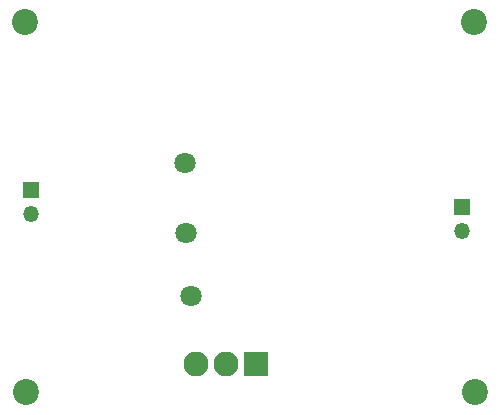
<source format=gbr>
%TF.GenerationSoftware,KiCad,Pcbnew,8.0.1*%
%TF.CreationDate,2024-11-21T22:19:22+00:00*%
%TF.ProjectId,Heating Element,48656174-696e-4672-9045-6c656d656e74,1*%
%TF.SameCoordinates,Original*%
%TF.FileFunction,Soldermask,Bot*%
%TF.FilePolarity,Negative*%
%FSLAX46Y46*%
G04 Gerber Fmt 4.6, Leading zero omitted, Abs format (unit mm)*
G04 Created by KiCad (PCBNEW 8.0.1) date 2024-11-21 22:19:22*
%MOMM*%
%LPD*%
G01*
G04 APERTURE LIST*
G04 Aperture macros list*
%AMRoundRect*
0 Rectangle with rounded corners*
0 $1 Rounding radius*
0 $2 $3 $4 $5 $6 $7 $8 $9 X,Y pos of 4 corners*
0 Add a 4 corners polygon primitive as box body*
4,1,4,$2,$3,$4,$5,$6,$7,$8,$9,$2,$3,0*
0 Add four circle primitives for the rounded corners*
1,1,$1+$1,$2,$3*
1,1,$1+$1,$4,$5*
1,1,$1+$1,$6,$7*
1,1,$1+$1,$8,$9*
0 Add four rect primitives between the rounded corners*
20,1,$1+$1,$2,$3,$4,$5,0*
20,1,$1+$1,$4,$5,$6,$7,0*
20,1,$1+$1,$6,$7,$8,$9,0*
20,1,$1+$1,$8,$9,$2,$3,0*%
G04 Aperture macros list end*
%ADD10O,1.350000X1.350000*%
%ADD11R,1.350000X1.350000*%
%ADD12C,1.800000*%
%ADD13C,2.200000*%
%ADD14RoundRect,0.102000X0.955000X0.955000X-0.955000X0.955000X-0.955000X-0.955000X0.955000X-0.955000X0*%
%ADD15C,2.114000*%
G04 APERTURE END LIST*
D10*
%TO.C,J2*%
X136042400Y-98129600D03*
D11*
X136042400Y-96129600D03*
%TD*%
%TO.C,J1*%
X99560000Y-94680000D03*
D10*
X99560000Y-96680000D03*
%TD*%
D12*
%TO.C,TP1*%
X112530000Y-92400000D03*
%TD*%
%TO.C,TP3*%
X113050000Y-103620000D03*
%TD*%
D13*
%TO.C,H4*%
X137158400Y-111763200D03*
%TD*%
%TO.C,H1*%
X99009200Y-80467200D03*
%TD*%
%TO.C,H2*%
X137058400Y-80467200D03*
%TD*%
D12*
%TO.C,TP2*%
X112680000Y-98310000D03*
%TD*%
D14*
%TO.C,U1*%
X118540000Y-109400000D03*
D15*
X116000000Y-109400000D03*
X113460000Y-109400000D03*
%TD*%
D13*
%TO.C,H3*%
X99109200Y-111763200D03*
%TD*%
M02*

</source>
